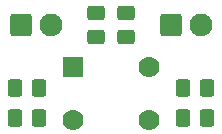
<source format=gts>
G04 Layer_Color=8388736*
%FSLAX25Y25*%
%MOIN*%
G70*
G01*
G75*
G04:AMPARAMS|DCode=19|XSize=47.37mil|YSize=59.18mil|CornerRadius=8.92mil|HoleSize=0mil|Usage=FLASHONLY|Rotation=90.000|XOffset=0mil|YOffset=0mil|HoleType=Round|Shape=RoundedRectangle|*
%AMROUNDEDRECTD19*
21,1,0.04737,0.04134,0,0,90.0*
21,1,0.02953,0.05918,0,0,90.0*
1,1,0.01784,0.02067,0.01476*
1,1,0.01784,0.02067,-0.01476*
1,1,0.01784,-0.02067,-0.01476*
1,1,0.01784,-0.02067,0.01476*
%
%ADD19ROUNDEDRECTD19*%
G04:AMPARAMS|DCode=20|XSize=47.37mil|YSize=59.18mil|CornerRadius=8.92mil|HoleSize=0mil|Usage=FLASHONLY|Rotation=180.000|XOffset=0mil|YOffset=0mil|HoleType=Round|Shape=RoundedRectangle|*
%AMROUNDEDRECTD20*
21,1,0.04737,0.04134,0,0,180.0*
21,1,0.02953,0.05918,0,0,180.0*
1,1,0.01784,-0.01476,0.02067*
1,1,0.01784,0.01476,0.02067*
1,1,0.01784,0.01476,-0.02067*
1,1,0.01784,-0.01476,-0.02067*
%
%ADD20ROUNDEDRECTD20*%
%ADD21C,0.07000*%
%ADD22R,0.07000X0.07000*%
G04:AMPARAMS|DCode=23|XSize=76mil|YSize=76mil|CornerRadius=14.2mil|HoleSize=0mil|Usage=FLASHONLY|Rotation=270.000|XOffset=0mil|YOffset=0mil|HoleType=Round|Shape=RoundedRectangle|*
%AMROUNDEDRECTD23*
21,1,0.07600,0.04760,0,0,270.0*
21,1,0.04760,0.07600,0,0,270.0*
1,1,0.02840,-0.02380,-0.02380*
1,1,0.02840,-0.02380,0.02380*
1,1,0.02840,0.02380,0.02380*
1,1,0.02840,0.02380,-0.02380*
%
%ADD23ROUNDEDRECTD23*%
%ADD24C,0.07600*%
D19*
X45000Y36063D02*
D03*
Y43937D02*
D03*
X35000D02*
D03*
Y36063D02*
D03*
D20*
X8063Y9000D02*
D03*
X15937D02*
D03*
X71937D02*
D03*
X64063D02*
D03*
X8063Y19000D02*
D03*
X15937D02*
D03*
X71937D02*
D03*
X64063D02*
D03*
D21*
X52795Y25858D02*
D03*
Y8142D02*
D03*
X27205D02*
D03*
D22*
Y25858D02*
D03*
D23*
X10000Y40000D02*
D03*
X60000D02*
D03*
D24*
X20000D02*
D03*
X70000D02*
D03*
M02*

</source>
